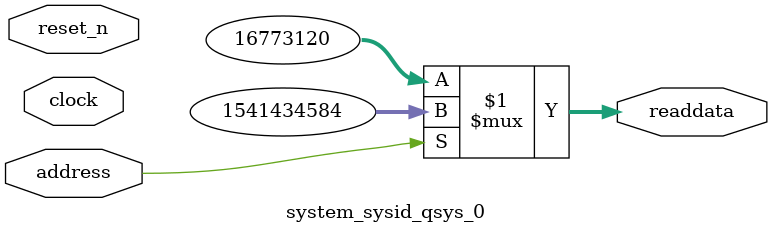
<source format=v>



// synthesis translate_off
`timescale 1ns / 1ps
// synthesis translate_on

// turn off superfluous verilog processor warnings 
// altera message_level Level1 
// altera message_off 10034 10035 10036 10037 10230 10240 10030 

module system_sysid_qsys_0 (
               // inputs:
                address,
                clock,
                reset_n,

               // outputs:
                readdata
             )
;

  output  [ 31: 0] readdata;
  input            address;
  input            clock;
  input            reset_n;

  wire    [ 31: 0] readdata;
  //control_slave, which is an e_avalon_slave
  assign readdata = address ? 1541434584 : 16773120;

endmodule



</source>
